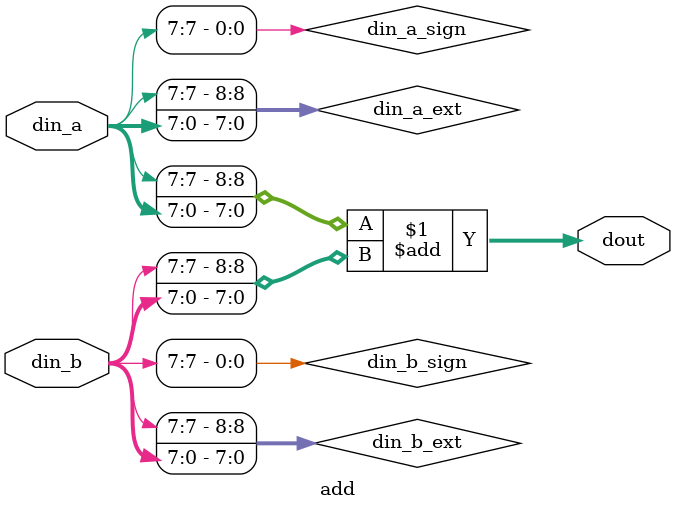
<source format=sv>
`timescale 1ps/1ps
module add #(
    parameter SIGN_BIT=1,
    parameter INT_BIT=7,
    parameter FLT_BIT=0
)
(
    din_a,
    din_b,
    dout
);

localparam DW = SIGN_BIT+INT_BIT+FLT_BIT;
//1_7_16 24
//1_4_20 25
//2_11_36 = 49

input [DW-1:0] din_a;
input [DW-1:0] din_b;

output [DW:0] dout;

wire [DW:0] din_a_ext;
wire din_a_sign;

wire [DW:0] din_b_ext;
wire din_b_sign;

assign din_a_sign = din_a[DW-1];
assign din_b_sign = din_b[DW-1];

assign din_a_ext = {din_a_sign,din_a};
assign din_b_ext = {din_b_sign,din_b};

assign dout = din_a_ext+din_b_ext;


endmodule

</source>
